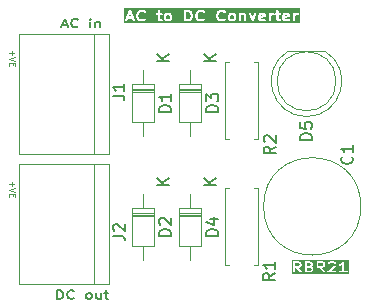
<source format=gbr>
%TF.GenerationSoftware,KiCad,Pcbnew,8.0.7*%
%TF.CreationDate,2025-03-08T23:36:54+05:30*%
%TF.ProjectId,1_AC to DC Converter,315f4143-2074-46f2-9044-4320436f6e76,rev?*%
%TF.SameCoordinates,Original*%
%TF.FileFunction,Legend,Top*%
%TF.FilePolarity,Positive*%
%FSLAX46Y46*%
G04 Gerber Fmt 4.6, Leading zero omitted, Abs format (unit mm)*
G04 Created by KiCad (PCBNEW 8.0.7) date 2025-03-08 23:36:54*
%MOMM*%
%LPD*%
G01*
G04 APERTURE LIST*
%ADD10C,0.160000*%
%ADD11C,0.200000*%
%ADD12C,0.100000*%
%ADD13C,0.150000*%
%ADD14C,0.120000*%
G04 APERTURE END LIST*
D10*
X131899999Y-99815513D02*
X131899999Y-99115513D01*
X131899999Y-99115513D02*
X132114285Y-99115513D01*
X132114285Y-99115513D02*
X132242856Y-99148846D01*
X132242856Y-99148846D02*
X132328571Y-99215513D01*
X132328571Y-99215513D02*
X132371428Y-99282180D01*
X132371428Y-99282180D02*
X132414285Y-99415513D01*
X132414285Y-99415513D02*
X132414285Y-99515513D01*
X132414285Y-99515513D02*
X132371428Y-99648846D01*
X132371428Y-99648846D02*
X132328571Y-99715513D01*
X132328571Y-99715513D02*
X132242856Y-99782180D01*
X132242856Y-99782180D02*
X132114285Y-99815513D01*
X132114285Y-99815513D02*
X131899999Y-99815513D01*
X133314285Y-99748846D02*
X133271428Y-99782180D01*
X133271428Y-99782180D02*
X133142856Y-99815513D01*
X133142856Y-99815513D02*
X133057142Y-99815513D01*
X133057142Y-99815513D02*
X132928571Y-99782180D01*
X132928571Y-99782180D02*
X132842856Y-99715513D01*
X132842856Y-99715513D02*
X132799999Y-99648846D01*
X132799999Y-99648846D02*
X132757142Y-99515513D01*
X132757142Y-99515513D02*
X132757142Y-99415513D01*
X132757142Y-99415513D02*
X132799999Y-99282180D01*
X132799999Y-99282180D02*
X132842856Y-99215513D01*
X132842856Y-99215513D02*
X132928571Y-99148846D01*
X132928571Y-99148846D02*
X133057142Y-99115513D01*
X133057142Y-99115513D02*
X133142856Y-99115513D01*
X133142856Y-99115513D02*
X133271428Y-99148846D01*
X133271428Y-99148846D02*
X133314285Y-99182180D01*
X134514285Y-99815513D02*
X134428570Y-99782180D01*
X134428570Y-99782180D02*
X134385713Y-99748846D01*
X134385713Y-99748846D02*
X134342856Y-99682180D01*
X134342856Y-99682180D02*
X134342856Y-99482180D01*
X134342856Y-99482180D02*
X134385713Y-99415513D01*
X134385713Y-99415513D02*
X134428570Y-99382180D01*
X134428570Y-99382180D02*
X134514285Y-99348846D01*
X134514285Y-99348846D02*
X134642856Y-99348846D01*
X134642856Y-99348846D02*
X134728570Y-99382180D01*
X134728570Y-99382180D02*
X134771428Y-99415513D01*
X134771428Y-99415513D02*
X134814285Y-99482180D01*
X134814285Y-99482180D02*
X134814285Y-99682180D01*
X134814285Y-99682180D02*
X134771428Y-99748846D01*
X134771428Y-99748846D02*
X134728570Y-99782180D01*
X134728570Y-99782180D02*
X134642856Y-99815513D01*
X134642856Y-99815513D02*
X134514285Y-99815513D01*
X135585714Y-99348846D02*
X135585714Y-99815513D01*
X135199999Y-99348846D02*
X135199999Y-99715513D01*
X135199999Y-99715513D02*
X135242856Y-99782180D01*
X135242856Y-99782180D02*
X135328571Y-99815513D01*
X135328571Y-99815513D02*
X135457142Y-99815513D01*
X135457142Y-99815513D02*
X135542856Y-99782180D01*
X135542856Y-99782180D02*
X135585714Y-99748846D01*
X135885714Y-99348846D02*
X136228571Y-99348846D01*
X136014285Y-99115513D02*
X136014285Y-99715513D01*
X136014285Y-99715513D02*
X136057142Y-99782180D01*
X136057142Y-99782180D02*
X136142857Y-99815513D01*
X136142857Y-99815513D02*
X136228571Y-99815513D01*
D11*
G36*
X141401481Y-75833489D02*
G01*
X141424226Y-75851685D01*
X141447618Y-75889111D01*
X141447618Y-76060322D01*
X141424227Y-76097747D01*
X141401482Y-76115944D01*
X141337883Y-76141384D01*
X141233544Y-76141384D01*
X141169944Y-76115944D01*
X141147200Y-76097748D01*
X141123809Y-76060322D01*
X141123809Y-75889111D01*
X141147200Y-75851685D01*
X141169945Y-75833489D01*
X141233543Y-75808050D01*
X141337884Y-75808050D01*
X141401481Y-75833489D01*
G37*
G36*
X143072983Y-75570690D02*
G01*
X143138512Y-75623113D01*
X143170291Y-75673959D01*
X143209523Y-75799501D01*
X143209523Y-75883266D01*
X143170291Y-76008808D01*
X143138512Y-76059653D01*
X143072981Y-76112078D01*
X142963084Y-76141384D01*
X142838095Y-76141384D01*
X142838095Y-75541384D01*
X142963084Y-75541384D01*
X143072983Y-75570690D01*
G37*
G36*
X146830053Y-75833489D02*
G01*
X146852798Y-75851685D01*
X146876190Y-75889111D01*
X146876190Y-76060322D01*
X146852799Y-76097747D01*
X146830054Y-76115944D01*
X146766455Y-76141384D01*
X146662116Y-76141384D01*
X146598516Y-76115944D01*
X146575772Y-76097748D01*
X146552381Y-76060322D01*
X146552381Y-75889111D01*
X146575772Y-75851685D01*
X146598517Y-75833489D01*
X146662115Y-75808050D01*
X146766456Y-75808050D01*
X146830053Y-75833489D01*
G37*
G36*
X149364926Y-75818866D02*
G01*
X149123810Y-75857445D01*
X149123810Y-75851016D01*
X149138909Y-75826856D01*
X149185925Y-75808050D01*
X149337885Y-75808050D01*
X149364926Y-75818866D01*
G37*
G36*
X151412546Y-75818866D02*
G01*
X151171430Y-75857445D01*
X151171430Y-75851016D01*
X151186529Y-75826856D01*
X151233545Y-75808050D01*
X151385505Y-75808050D01*
X151412546Y-75818866D01*
G37*
G36*
X138159521Y-75912812D02*
G01*
X137983332Y-75912812D01*
X138071426Y-75701385D01*
X138159521Y-75912812D01*
G37*
G36*
X152459985Y-76441384D02*
G01*
X137539975Y-76441384D01*
X137539975Y-76260688D01*
X137639975Y-76260688D01*
X137654831Y-76296767D01*
X137682363Y-76324415D01*
X137718380Y-76339422D01*
X137757398Y-76339503D01*
X137793477Y-76324647D01*
X137821125Y-76297115D01*
X137830402Y-76279846D01*
X137899999Y-76112812D01*
X138242855Y-76112812D01*
X138312452Y-76279846D01*
X138321729Y-76297115D01*
X138349377Y-76324647D01*
X138385456Y-76339504D01*
X138424475Y-76339422D01*
X138460491Y-76324415D01*
X138488023Y-76296767D01*
X138502879Y-76260688D01*
X138502798Y-76221670D01*
X138497068Y-76202923D01*
X138322618Y-75784241D01*
X138590475Y-75784241D01*
X138590475Y-75898527D01*
X138591271Y-75906614D01*
X138591042Y-75909161D01*
X138591955Y-75913559D01*
X138592396Y-75918036D01*
X138593375Y-75920401D01*
X138595027Y-75928354D01*
X138642646Y-76080735D01*
X138644296Y-76084626D01*
X138644584Y-76086346D01*
X138647626Y-76092481D01*
X138650299Y-76098783D01*
X138651415Y-76100120D01*
X138653294Y-76103908D01*
X138700913Y-76180098D01*
X138707980Y-76189265D01*
X138709209Y-76191497D01*
X138711189Y-76193429D01*
X138712882Y-76195624D01*
X138714958Y-76197104D01*
X138723243Y-76205185D01*
X138818482Y-76281376D01*
X138834916Y-76292063D01*
X138835963Y-76292366D01*
X138836830Y-76293030D01*
X138855185Y-76299913D01*
X138998042Y-76338008D01*
X139002582Y-76338752D01*
X139004299Y-76339463D01*
X139010869Y-76340109D01*
X139017387Y-76341178D01*
X139019229Y-76340933D01*
X139023808Y-76341384D01*
X139119046Y-76341384D01*
X139123624Y-76340933D01*
X139125467Y-76341178D01*
X139131984Y-76340109D01*
X139138555Y-76339463D01*
X139140271Y-76338752D01*
X139144812Y-76338008D01*
X139287669Y-76299913D01*
X139306024Y-76293030D01*
X139306890Y-76292366D01*
X139307939Y-76292063D01*
X139324373Y-76281375D01*
X139371993Y-76243279D01*
X139386026Y-76229592D01*
X139404847Y-76195412D01*
X139409155Y-76156633D01*
X139398296Y-76119156D01*
X139373921Y-76088689D01*
X139339742Y-76069868D01*
X139300963Y-76065560D01*
X139263486Y-76076419D01*
X139247052Y-76087106D01*
X139215838Y-76112077D01*
X139105940Y-76141384D01*
X139036914Y-76141384D01*
X138927014Y-76112077D01*
X138861484Y-76059652D01*
X138829707Y-76008809D01*
X138790475Y-75883266D01*
X138790475Y-75799501D01*
X138825150Y-75688541D01*
X140259063Y-75688541D01*
X140259063Y-75727559D01*
X140273995Y-75763607D01*
X140301585Y-75791197D01*
X140337633Y-75806129D01*
X140357142Y-75808050D01*
X140399999Y-75808050D01*
X140399999Y-76127098D01*
X140401920Y-76146607D01*
X140405110Y-76154309D01*
X140406488Y-76162536D01*
X140415199Y-76180098D01*
X140462818Y-76256289D01*
X140464638Y-76258649D01*
X140465155Y-76259856D01*
X140466822Y-76261483D01*
X140474787Y-76271814D01*
X140484520Y-76278755D01*
X140493079Y-76287108D01*
X140504655Y-76293115D01*
X140506554Y-76294469D01*
X140507833Y-76294764D01*
X140510479Y-76296137D01*
X140605717Y-76334232D01*
X140622403Y-76339071D01*
X140623347Y-76339463D01*
X140623958Y-76339523D01*
X140624544Y-76339693D01*
X140625557Y-76339680D01*
X140642856Y-76341384D01*
X140738094Y-76341384D01*
X140757603Y-76339463D01*
X140793651Y-76324531D01*
X140821241Y-76296941D01*
X140836173Y-76260893D01*
X140836173Y-76221875D01*
X140821241Y-76185827D01*
X140793651Y-76158237D01*
X140757603Y-76143305D01*
X140738094Y-76141384D01*
X140662115Y-76141384D01*
X140615097Y-76122577D01*
X140599999Y-76098418D01*
X140599999Y-75860431D01*
X140923809Y-75860431D01*
X140923809Y-76089003D01*
X140925730Y-76108512D01*
X140928922Y-76116217D01*
X140930299Y-76124441D01*
X140939009Y-76142003D01*
X140986628Y-76218193D01*
X140993695Y-76227360D01*
X140994924Y-76229592D01*
X140996904Y-76231523D01*
X140998597Y-76233719D01*
X141000675Y-76235200D01*
X141008958Y-76243279D01*
X141056577Y-76281376D01*
X141062743Y-76285386D01*
X141064508Y-76287108D01*
X141068880Y-76289376D01*
X141073011Y-76292063D01*
X141075379Y-76292749D01*
X141081908Y-76296137D01*
X141177146Y-76334232D01*
X141193832Y-76339071D01*
X141194776Y-76339463D01*
X141195387Y-76339523D01*
X141195973Y-76339693D01*
X141196986Y-76339680D01*
X141214285Y-76341384D01*
X141357142Y-76341384D01*
X141374431Y-76339681D01*
X141375454Y-76339694D01*
X141376044Y-76339522D01*
X141376651Y-76339463D01*
X141377587Y-76339074D01*
X141394281Y-76334232D01*
X141489519Y-76296137D01*
X141496047Y-76292749D01*
X141498416Y-76292063D01*
X141502544Y-76289377D01*
X141506919Y-76287108D01*
X141508685Y-76285384D01*
X141514850Y-76281375D01*
X141562470Y-76243279D01*
X141570753Y-76235199D01*
X141572830Y-76233719D01*
X141574522Y-76231524D01*
X141576503Y-76229592D01*
X141577731Y-76227360D01*
X141584799Y-76218193D01*
X141632418Y-76142003D01*
X141641128Y-76124441D01*
X141642504Y-76116217D01*
X141645697Y-76108512D01*
X141647618Y-76089003D01*
X141647618Y-75860431D01*
X141645697Y-75840922D01*
X141642504Y-75833216D01*
X141641128Y-75824993D01*
X141632418Y-75807431D01*
X141584799Y-75731241D01*
X141577730Y-75722071D01*
X141576502Y-75719841D01*
X141574522Y-75717910D01*
X141572830Y-75715715D01*
X141570751Y-75714233D01*
X141562468Y-75706154D01*
X141514849Y-75668059D01*
X141508685Y-75664050D01*
X141506920Y-75662328D01*
X141502545Y-75660057D01*
X141498415Y-75657372D01*
X141496046Y-75656685D01*
X141489520Y-75653299D01*
X141394282Y-75615203D01*
X141377593Y-75610361D01*
X141376651Y-75609971D01*
X141376040Y-75609910D01*
X141375455Y-75609741D01*
X141374440Y-75609753D01*
X141357142Y-75608050D01*
X141214285Y-75608050D01*
X141196986Y-75609753D01*
X141195973Y-75609741D01*
X141195387Y-75609910D01*
X141194776Y-75609971D01*
X141193831Y-75610362D01*
X141177145Y-75615203D01*
X141081907Y-75653299D01*
X141075380Y-75656685D01*
X141073012Y-75657372D01*
X141068881Y-75660057D01*
X141064507Y-75662328D01*
X141062741Y-75664050D01*
X141056578Y-75668059D01*
X141008959Y-75706154D01*
X141000675Y-75714233D01*
X140998597Y-75715715D01*
X140996904Y-75717910D01*
X140994925Y-75719841D01*
X140993696Y-75722071D01*
X140986628Y-75731241D01*
X140939009Y-75807431D01*
X140930299Y-75824993D01*
X140928922Y-75833216D01*
X140925730Y-75840922D01*
X140923809Y-75860431D01*
X140599999Y-75860431D01*
X140599999Y-75808050D01*
X140738094Y-75808050D01*
X140757603Y-75806129D01*
X140793651Y-75791197D01*
X140821241Y-75763607D01*
X140836173Y-75727559D01*
X140836173Y-75688541D01*
X140821241Y-75652493D01*
X140793651Y-75624903D01*
X140757603Y-75609971D01*
X140738094Y-75608050D01*
X140599999Y-75608050D01*
X140599999Y-75441384D01*
X142638095Y-75441384D01*
X142638095Y-76241384D01*
X142640016Y-76260893D01*
X142654948Y-76296941D01*
X142682538Y-76324531D01*
X142718586Y-76339463D01*
X142738095Y-76341384D01*
X142976190Y-76341384D01*
X142980768Y-76340933D01*
X142982611Y-76341178D01*
X142989128Y-76340109D01*
X142995699Y-76339463D01*
X142997415Y-76338752D01*
X143001956Y-76338008D01*
X143144813Y-76299913D01*
X143163168Y-76293030D01*
X143164034Y-76292366D01*
X143165083Y-76292063D01*
X143181517Y-76281376D01*
X143276755Y-76205184D01*
X143285037Y-76197105D01*
X143287116Y-76195624D01*
X143288808Y-76193428D01*
X143290789Y-76191497D01*
X143292017Y-76189265D01*
X143299085Y-76180098D01*
X143346704Y-76103908D01*
X143348582Y-76100120D01*
X143349699Y-76098783D01*
X143352371Y-76092481D01*
X143355414Y-76086346D01*
X143355701Y-76084626D01*
X143357352Y-76080735D01*
X143404971Y-75928355D01*
X143406622Y-75920400D01*
X143407602Y-75918036D01*
X143408042Y-75913559D01*
X143408956Y-75909161D01*
X143408726Y-75906614D01*
X143409523Y-75898527D01*
X143409523Y-75784241D01*
X143590476Y-75784241D01*
X143590476Y-75898527D01*
X143591272Y-75906614D01*
X143591043Y-75909161D01*
X143591956Y-75913559D01*
X143592397Y-75918036D01*
X143593376Y-75920401D01*
X143595028Y-75928354D01*
X143642647Y-76080735D01*
X143644297Y-76084626D01*
X143644585Y-76086346D01*
X143647627Y-76092481D01*
X143650300Y-76098783D01*
X143651416Y-76100120D01*
X143653295Y-76103908D01*
X143700914Y-76180098D01*
X143707981Y-76189265D01*
X143709210Y-76191497D01*
X143711190Y-76193429D01*
X143712883Y-76195624D01*
X143714959Y-76197104D01*
X143723244Y-76205185D01*
X143818483Y-76281376D01*
X143834917Y-76292063D01*
X143835964Y-76292366D01*
X143836831Y-76293030D01*
X143855186Y-76299913D01*
X143998043Y-76338008D01*
X144002583Y-76338752D01*
X144004300Y-76339463D01*
X144010870Y-76340109D01*
X144017388Y-76341178D01*
X144019230Y-76340933D01*
X144023809Y-76341384D01*
X144119047Y-76341384D01*
X144123625Y-76340933D01*
X144125468Y-76341178D01*
X144131985Y-76340109D01*
X144138556Y-76339463D01*
X144140272Y-76338752D01*
X144144813Y-76338008D01*
X144287670Y-76299913D01*
X144306025Y-76293030D01*
X144306891Y-76292366D01*
X144307940Y-76292063D01*
X144324374Y-76281375D01*
X144371994Y-76243279D01*
X144386027Y-76229592D01*
X144404848Y-76195412D01*
X144409156Y-76156633D01*
X144398297Y-76119156D01*
X144373922Y-76088689D01*
X144339743Y-76069868D01*
X144300964Y-76065560D01*
X144263487Y-76076419D01*
X144247053Y-76087106D01*
X144215839Y-76112077D01*
X144105941Y-76141384D01*
X144036915Y-76141384D01*
X143927015Y-76112077D01*
X143861485Y-76059652D01*
X143829708Y-76008809D01*
X143790476Y-75883266D01*
X143790476Y-75799501D01*
X143795245Y-75784241D01*
X145352381Y-75784241D01*
X145352381Y-75898527D01*
X145353177Y-75906614D01*
X145352948Y-75909161D01*
X145353861Y-75913559D01*
X145354302Y-75918036D01*
X145355281Y-75920401D01*
X145356933Y-75928354D01*
X145404552Y-76080735D01*
X145406202Y-76084626D01*
X145406490Y-76086346D01*
X145409532Y-76092481D01*
X145412205Y-76098783D01*
X145413321Y-76100120D01*
X145415200Y-76103908D01*
X145462819Y-76180098D01*
X145469886Y-76189265D01*
X145471115Y-76191497D01*
X145473095Y-76193429D01*
X145474788Y-76195624D01*
X145476864Y-76197104D01*
X145485149Y-76205185D01*
X145580388Y-76281376D01*
X145596822Y-76292063D01*
X145597869Y-76292366D01*
X145598736Y-76293030D01*
X145617091Y-76299913D01*
X145759948Y-76338008D01*
X145764488Y-76338752D01*
X145766205Y-76339463D01*
X145772775Y-76340109D01*
X145779293Y-76341178D01*
X145781135Y-76340933D01*
X145785714Y-76341384D01*
X145880952Y-76341384D01*
X145885530Y-76340933D01*
X145887373Y-76341178D01*
X145893890Y-76340109D01*
X145900461Y-76339463D01*
X145902177Y-76338752D01*
X145906718Y-76338008D01*
X146049575Y-76299913D01*
X146067930Y-76293030D01*
X146068796Y-76292366D01*
X146069845Y-76292063D01*
X146086279Y-76281375D01*
X146133899Y-76243279D01*
X146147932Y-76229592D01*
X146166753Y-76195412D01*
X146171061Y-76156633D01*
X146160202Y-76119156D01*
X146135827Y-76088689D01*
X146101648Y-76069868D01*
X146062869Y-76065560D01*
X146025392Y-76076419D01*
X146008958Y-76087106D01*
X145977744Y-76112077D01*
X145867846Y-76141384D01*
X145798820Y-76141384D01*
X145688920Y-76112077D01*
X145623390Y-76059652D01*
X145591613Y-76008809D01*
X145552381Y-75883266D01*
X145552381Y-75860431D01*
X146352381Y-75860431D01*
X146352381Y-76089003D01*
X146354302Y-76108512D01*
X146357494Y-76116217D01*
X146358871Y-76124441D01*
X146367581Y-76142003D01*
X146415200Y-76218193D01*
X146422267Y-76227360D01*
X146423496Y-76229592D01*
X146425476Y-76231523D01*
X146427169Y-76233719D01*
X146429247Y-76235200D01*
X146437530Y-76243279D01*
X146485149Y-76281376D01*
X146491315Y-76285386D01*
X146493080Y-76287108D01*
X146497452Y-76289376D01*
X146501583Y-76292063D01*
X146503951Y-76292749D01*
X146510480Y-76296137D01*
X146605718Y-76334232D01*
X146622404Y-76339071D01*
X146623348Y-76339463D01*
X146623959Y-76339523D01*
X146624545Y-76339693D01*
X146625558Y-76339680D01*
X146642857Y-76341384D01*
X146785714Y-76341384D01*
X146803003Y-76339681D01*
X146804026Y-76339694D01*
X146804616Y-76339522D01*
X146805223Y-76339463D01*
X146806159Y-76339074D01*
X146822853Y-76334232D01*
X146918091Y-76296137D01*
X146924619Y-76292749D01*
X146926988Y-76292063D01*
X146931116Y-76289377D01*
X146935491Y-76287108D01*
X146937257Y-76285384D01*
X146943422Y-76281375D01*
X146991042Y-76243279D01*
X146999325Y-76235199D01*
X147001402Y-76233719D01*
X147003094Y-76231524D01*
X147005075Y-76229592D01*
X147006303Y-76227360D01*
X147013371Y-76218193D01*
X147060990Y-76142003D01*
X147069700Y-76124441D01*
X147071076Y-76116217D01*
X147074269Y-76108512D01*
X147076190Y-76089003D01*
X147076190Y-75860431D01*
X147074269Y-75840922D01*
X147071076Y-75833216D01*
X147069700Y-75824993D01*
X147060990Y-75807431D01*
X147013371Y-75731241D01*
X147006302Y-75722071D01*
X147005074Y-75719841D01*
X147003094Y-75717910D01*
X147001402Y-75715715D01*
X146999323Y-75714233D01*
X146992984Y-75708050D01*
X147304762Y-75708050D01*
X147304762Y-76241384D01*
X147306683Y-76260893D01*
X147321615Y-76296941D01*
X147349205Y-76324531D01*
X147385253Y-76339463D01*
X147424271Y-76339463D01*
X147460319Y-76324531D01*
X147487909Y-76296941D01*
X147502841Y-76260893D01*
X147504762Y-76241384D01*
X147504762Y-75832896D01*
X147566877Y-75808050D01*
X147671218Y-75808050D01*
X147718233Y-75826856D01*
X147733333Y-75851016D01*
X147733333Y-76241384D01*
X147735254Y-76260893D01*
X147750186Y-76296941D01*
X147777776Y-76324531D01*
X147813824Y-76339463D01*
X147852842Y-76339463D01*
X147888890Y-76324531D01*
X147916480Y-76296941D01*
X147931412Y-76260893D01*
X147933333Y-76241384D01*
X147933333Y-75822336D01*
X147931412Y-75802827D01*
X147928219Y-75795121D01*
X147926843Y-75786898D01*
X147918133Y-75769336D01*
X147870514Y-75693146D01*
X147869025Y-75691214D01*
X148115713Y-75691214D01*
X148116773Y-75730217D01*
X148122972Y-75748815D01*
X148361067Y-76282149D01*
X148366848Y-76292293D01*
X148367755Y-76294661D01*
X148368868Y-76295836D01*
X148370774Y-76299180D01*
X148383003Y-76310761D01*
X148394585Y-76322991D01*
X148397103Y-76324115D01*
X148399104Y-76326010D01*
X148414818Y-76332024D01*
X148430214Y-76338897D01*
X148432973Y-76338972D01*
X148435545Y-76339956D01*
X148452362Y-76339498D01*
X148469217Y-76339957D01*
X148471793Y-76338970D01*
X148474548Y-76338896D01*
X148489927Y-76332030D01*
X148505658Y-76326010D01*
X148507658Y-76324115D01*
X148510177Y-76322991D01*
X148521758Y-76310761D01*
X148533988Y-76299180D01*
X148535893Y-76295836D01*
X148537007Y-76294661D01*
X148537913Y-76292293D01*
X148543695Y-76282149D01*
X148748968Y-75822336D01*
X148923810Y-75822336D01*
X148923810Y-76127098D01*
X148925731Y-76146607D01*
X148928921Y-76154309D01*
X148930299Y-76162536D01*
X148939010Y-76180098D01*
X148986629Y-76256289D01*
X148988449Y-76258649D01*
X148988966Y-76259856D01*
X148990633Y-76261483D01*
X148998598Y-76271814D01*
X149008331Y-76278755D01*
X149016890Y-76287108D01*
X149028466Y-76293115D01*
X149030365Y-76294469D01*
X149031644Y-76294764D01*
X149034290Y-76296137D01*
X149129528Y-76334232D01*
X149146214Y-76339071D01*
X149147158Y-76339463D01*
X149147769Y-76339523D01*
X149148355Y-76339693D01*
X149149368Y-76339680D01*
X149166667Y-76341384D01*
X149357143Y-76341384D01*
X149374432Y-76339681D01*
X149375455Y-76339694D01*
X149376045Y-76339522D01*
X149376652Y-76339463D01*
X149377588Y-76339074D01*
X149394282Y-76334232D01*
X149489520Y-76296137D01*
X149506920Y-76287108D01*
X149534844Y-76259856D01*
X149550214Y-76223993D01*
X149550690Y-76184977D01*
X149536199Y-76148750D01*
X149508947Y-76120826D01*
X149473084Y-76105456D01*
X149434069Y-76104980D01*
X149415242Y-76110441D01*
X149337884Y-76141384D01*
X149185926Y-76141384D01*
X149138908Y-76122577D01*
X149123810Y-76098418D01*
X149123810Y-76059988D01*
X149515799Y-75997271D01*
X149518331Y-75996606D01*
X149519509Y-75996606D01*
X149521548Y-75995761D01*
X149534760Y-75992292D01*
X149544738Y-75986155D01*
X149555557Y-75981674D01*
X149561198Y-75976032D01*
X149567996Y-75971852D01*
X149574866Y-75962364D01*
X149583147Y-75954084D01*
X149586199Y-75946714D01*
X149590881Y-75940250D01*
X149593598Y-75928853D01*
X149598079Y-75918036D01*
X149599417Y-75904446D01*
X149599930Y-75902295D01*
X149599743Y-75901130D01*
X149600000Y-75898527D01*
X149600000Y-75822336D01*
X149598079Y-75802827D01*
X149594886Y-75795121D01*
X149593510Y-75786898D01*
X149584800Y-75769336D01*
X149546496Y-75708050D01*
X149828572Y-75708050D01*
X149828572Y-76241384D01*
X149830493Y-76260893D01*
X149845425Y-76296941D01*
X149873015Y-76324531D01*
X149909063Y-76339463D01*
X149948081Y-76339463D01*
X149984129Y-76324531D01*
X150011719Y-76296941D01*
X150026651Y-76260893D01*
X150028572Y-76241384D01*
X150028572Y-75889111D01*
X150051963Y-75851685D01*
X150074708Y-75833489D01*
X150138306Y-75808050D01*
X150214286Y-75808050D01*
X150233795Y-75806129D01*
X150269843Y-75791197D01*
X150297433Y-75763607D01*
X150309524Y-75734416D01*
X150321616Y-75763607D01*
X150349206Y-75791197D01*
X150385254Y-75806129D01*
X150404763Y-75808050D01*
X150447620Y-75808050D01*
X150447620Y-76127098D01*
X150449541Y-76146607D01*
X150452731Y-76154309D01*
X150454109Y-76162536D01*
X150462820Y-76180098D01*
X150510439Y-76256289D01*
X150512259Y-76258649D01*
X150512776Y-76259856D01*
X150514443Y-76261483D01*
X150522408Y-76271814D01*
X150532141Y-76278755D01*
X150540700Y-76287108D01*
X150552276Y-76293115D01*
X150554175Y-76294469D01*
X150555454Y-76294764D01*
X150558100Y-76296137D01*
X150653338Y-76334232D01*
X150670024Y-76339071D01*
X150670968Y-76339463D01*
X150671579Y-76339523D01*
X150672165Y-76339693D01*
X150673178Y-76339680D01*
X150690477Y-76341384D01*
X150785715Y-76341384D01*
X150805224Y-76339463D01*
X150841272Y-76324531D01*
X150868862Y-76296941D01*
X150883794Y-76260893D01*
X150883794Y-76221875D01*
X150868862Y-76185827D01*
X150841272Y-76158237D01*
X150805224Y-76143305D01*
X150785715Y-76141384D01*
X150709736Y-76141384D01*
X150662718Y-76122577D01*
X150647620Y-76098418D01*
X150647620Y-75822336D01*
X150971430Y-75822336D01*
X150971430Y-76127098D01*
X150973351Y-76146607D01*
X150976541Y-76154309D01*
X150977919Y-76162536D01*
X150986630Y-76180098D01*
X151034249Y-76256289D01*
X151036069Y-76258649D01*
X151036586Y-76259856D01*
X151038253Y-76261483D01*
X151046218Y-76271814D01*
X151055951Y-76278755D01*
X151064510Y-76287108D01*
X151076086Y-76293115D01*
X151077985Y-76294469D01*
X151079264Y-76294764D01*
X151081910Y-76296137D01*
X151177148Y-76334232D01*
X151193834Y-76339071D01*
X151194778Y-76339463D01*
X151195389Y-76339523D01*
X151195975Y-76339693D01*
X151196988Y-76339680D01*
X151214287Y-76341384D01*
X151404763Y-76341384D01*
X151422052Y-76339681D01*
X151423075Y-76339694D01*
X151423665Y-76339522D01*
X151424272Y-76339463D01*
X151425208Y-76339074D01*
X151441902Y-76334232D01*
X151537140Y-76296137D01*
X151554540Y-76287108D01*
X151582464Y-76259856D01*
X151597834Y-76223993D01*
X151598310Y-76184977D01*
X151583819Y-76148750D01*
X151556567Y-76120826D01*
X151520704Y-76105456D01*
X151481689Y-76104980D01*
X151462862Y-76110441D01*
X151385504Y-76141384D01*
X151233546Y-76141384D01*
X151186528Y-76122577D01*
X151171430Y-76098418D01*
X151171430Y-76059988D01*
X151563419Y-75997271D01*
X151565951Y-75996606D01*
X151567129Y-75996606D01*
X151569168Y-75995761D01*
X151582380Y-75992292D01*
X151592358Y-75986155D01*
X151603177Y-75981674D01*
X151608818Y-75976032D01*
X151615616Y-75971852D01*
X151622486Y-75962364D01*
X151630767Y-75954084D01*
X151633819Y-75946714D01*
X151638501Y-75940250D01*
X151641218Y-75928853D01*
X151645699Y-75918036D01*
X151647037Y-75904446D01*
X151647550Y-75902295D01*
X151647363Y-75901130D01*
X151647620Y-75898527D01*
X151647620Y-75822336D01*
X151645699Y-75802827D01*
X151642506Y-75795121D01*
X151641130Y-75786898D01*
X151632420Y-75769336D01*
X151594116Y-75708050D01*
X151876192Y-75708050D01*
X151876192Y-76241384D01*
X151878113Y-76260893D01*
X151893045Y-76296941D01*
X151920635Y-76324531D01*
X151956683Y-76339463D01*
X151995701Y-76339463D01*
X152031749Y-76324531D01*
X152059339Y-76296941D01*
X152074271Y-76260893D01*
X152076192Y-76241384D01*
X152076192Y-75889111D01*
X152099583Y-75851685D01*
X152122328Y-75833489D01*
X152185926Y-75808050D01*
X152261906Y-75808050D01*
X152281415Y-75806129D01*
X152317463Y-75791197D01*
X152345053Y-75763607D01*
X152359985Y-75727559D01*
X152359985Y-75688541D01*
X152345053Y-75652493D01*
X152317463Y-75624903D01*
X152281415Y-75609971D01*
X152261906Y-75608050D01*
X152166668Y-75608050D01*
X152149369Y-75609753D01*
X152148356Y-75609741D01*
X152147770Y-75609910D01*
X152147159Y-75609971D01*
X152146214Y-75610362D01*
X152129528Y-75615203D01*
X152052757Y-75645911D01*
X152031749Y-75624903D01*
X151995701Y-75609971D01*
X151956683Y-75609971D01*
X151920635Y-75624903D01*
X151893045Y-75652493D01*
X151878113Y-75688541D01*
X151876192Y-75708050D01*
X151594116Y-75708050D01*
X151584801Y-75693146D01*
X151582982Y-75690786D01*
X151582465Y-75689580D01*
X151580797Y-75687952D01*
X151572832Y-75677620D01*
X151563096Y-75670677D01*
X151554541Y-75662328D01*
X151542962Y-75656319D01*
X151541064Y-75654966D01*
X151539784Y-75654670D01*
X151537141Y-75653299D01*
X151441903Y-75615203D01*
X151425214Y-75610361D01*
X151424272Y-75609971D01*
X151423661Y-75609910D01*
X151423076Y-75609741D01*
X151422061Y-75609753D01*
X151404763Y-75608050D01*
X151214287Y-75608050D01*
X151196988Y-75609753D01*
X151195975Y-75609741D01*
X151195389Y-75609910D01*
X151194778Y-75609971D01*
X151193833Y-75610362D01*
X151177147Y-75615203D01*
X151081909Y-75653299D01*
X151079265Y-75654670D01*
X151077986Y-75654966D01*
X151076087Y-75656319D01*
X151064509Y-75662328D01*
X151055953Y-75670677D01*
X151046218Y-75677620D01*
X151038252Y-75687952D01*
X151036585Y-75689580D01*
X151036067Y-75690786D01*
X151034249Y-75693146D01*
X150986630Y-75769336D01*
X150977920Y-75786898D01*
X150976543Y-75795121D01*
X150973351Y-75802827D01*
X150971430Y-75822336D01*
X150647620Y-75822336D01*
X150647620Y-75808050D01*
X150785715Y-75808050D01*
X150805224Y-75806129D01*
X150841272Y-75791197D01*
X150868862Y-75763607D01*
X150883794Y-75727559D01*
X150883794Y-75688541D01*
X150868862Y-75652493D01*
X150841272Y-75624903D01*
X150805224Y-75609971D01*
X150785715Y-75608050D01*
X150647620Y-75608050D01*
X150647620Y-75441384D01*
X150645699Y-75421875D01*
X150630767Y-75385827D01*
X150603177Y-75358237D01*
X150567129Y-75343305D01*
X150528111Y-75343305D01*
X150492063Y-75358237D01*
X150464473Y-75385827D01*
X150449541Y-75421875D01*
X150447620Y-75441384D01*
X150447620Y-75608050D01*
X150404763Y-75608050D01*
X150385254Y-75609971D01*
X150349206Y-75624903D01*
X150321616Y-75652493D01*
X150309524Y-75681683D01*
X150297433Y-75652493D01*
X150269843Y-75624903D01*
X150233795Y-75609971D01*
X150214286Y-75608050D01*
X150119048Y-75608050D01*
X150101749Y-75609753D01*
X150100736Y-75609741D01*
X150100150Y-75609910D01*
X150099539Y-75609971D01*
X150098594Y-75610362D01*
X150081908Y-75615203D01*
X150005137Y-75645911D01*
X149984129Y-75624903D01*
X149948081Y-75609971D01*
X149909063Y-75609971D01*
X149873015Y-75624903D01*
X149845425Y-75652493D01*
X149830493Y-75688541D01*
X149828572Y-75708050D01*
X149546496Y-75708050D01*
X149537181Y-75693146D01*
X149535362Y-75690786D01*
X149534845Y-75689580D01*
X149533177Y-75687952D01*
X149525212Y-75677620D01*
X149515476Y-75670677D01*
X149506921Y-75662328D01*
X149495342Y-75656319D01*
X149493444Y-75654966D01*
X149492164Y-75654670D01*
X149489521Y-75653299D01*
X149394283Y-75615203D01*
X149377594Y-75610361D01*
X149376652Y-75609971D01*
X149376041Y-75609910D01*
X149375456Y-75609741D01*
X149374441Y-75609753D01*
X149357143Y-75608050D01*
X149166667Y-75608050D01*
X149149368Y-75609753D01*
X149148355Y-75609741D01*
X149147769Y-75609910D01*
X149147158Y-75609971D01*
X149146213Y-75610362D01*
X149129527Y-75615203D01*
X149034289Y-75653299D01*
X149031645Y-75654670D01*
X149030366Y-75654966D01*
X149028467Y-75656319D01*
X149016889Y-75662328D01*
X149008333Y-75670677D01*
X148998598Y-75677620D01*
X148990632Y-75687952D01*
X148988965Y-75689580D01*
X148988447Y-75690786D01*
X148986629Y-75693146D01*
X148939010Y-75769336D01*
X148930300Y-75786898D01*
X148928923Y-75795121D01*
X148925731Y-75802827D01*
X148923810Y-75822336D01*
X148748968Y-75822336D01*
X148781790Y-75748815D01*
X148787988Y-75730218D01*
X148789048Y-75691214D01*
X148775102Y-75654773D01*
X148748272Y-75626443D01*
X148712643Y-75610538D01*
X148673640Y-75609478D01*
X148637199Y-75623424D01*
X148608869Y-75650254D01*
X148599162Y-75667285D01*
X148452381Y-75996075D01*
X148305600Y-75667285D01*
X148295893Y-75650254D01*
X148267563Y-75623424D01*
X148231122Y-75609477D01*
X148192119Y-75610537D01*
X148156490Y-75626443D01*
X148129660Y-75654773D01*
X148115713Y-75691214D01*
X147869025Y-75691214D01*
X147868695Y-75690786D01*
X147868178Y-75689580D01*
X147866510Y-75687952D01*
X147858545Y-75677620D01*
X147848809Y-75670677D01*
X147840254Y-75662328D01*
X147828675Y-75656319D01*
X147826777Y-75654966D01*
X147825497Y-75654670D01*
X147822854Y-75653299D01*
X147727616Y-75615203D01*
X147710927Y-75610361D01*
X147709985Y-75609971D01*
X147709374Y-75609910D01*
X147708789Y-75609741D01*
X147707774Y-75609753D01*
X147690476Y-75608050D01*
X147547619Y-75608050D01*
X147530320Y-75609753D01*
X147529307Y-75609741D01*
X147528721Y-75609910D01*
X147528110Y-75609971D01*
X147527165Y-75610362D01*
X147510479Y-75615203D01*
X147467722Y-75632306D01*
X147460319Y-75624903D01*
X147424271Y-75609971D01*
X147385253Y-75609971D01*
X147349205Y-75624903D01*
X147321615Y-75652493D01*
X147306683Y-75688541D01*
X147304762Y-75708050D01*
X146992984Y-75708050D01*
X146991040Y-75706154D01*
X146943421Y-75668059D01*
X146937257Y-75664050D01*
X146935492Y-75662328D01*
X146931117Y-75660057D01*
X146926987Y-75657372D01*
X146924618Y-75656685D01*
X146918092Y-75653299D01*
X146822854Y-75615203D01*
X146806165Y-75610361D01*
X146805223Y-75609971D01*
X146804612Y-75609910D01*
X146804027Y-75609741D01*
X146803012Y-75609753D01*
X146785714Y-75608050D01*
X146642857Y-75608050D01*
X146625558Y-75609753D01*
X146624545Y-75609741D01*
X146623959Y-75609910D01*
X146623348Y-75609971D01*
X146622403Y-75610362D01*
X146605717Y-75615203D01*
X146510479Y-75653299D01*
X146503952Y-75656685D01*
X146501584Y-75657372D01*
X146497453Y-75660057D01*
X146493079Y-75662328D01*
X146491313Y-75664050D01*
X146485150Y-75668059D01*
X146437531Y-75706154D01*
X146429247Y-75714233D01*
X146427169Y-75715715D01*
X146425476Y-75717910D01*
X146423497Y-75719841D01*
X146422268Y-75722071D01*
X146415200Y-75731241D01*
X146367581Y-75807431D01*
X146358871Y-75824993D01*
X146357494Y-75833216D01*
X146354302Y-75840922D01*
X146352381Y-75860431D01*
X145552381Y-75860431D01*
X145552381Y-75799501D01*
X145591613Y-75673958D01*
X145623390Y-75623114D01*
X145688920Y-75570690D01*
X145798820Y-75541384D01*
X145867846Y-75541384D01*
X145977745Y-75570690D01*
X146008959Y-75595661D01*
X146025393Y-75606348D01*
X146062870Y-75617207D01*
X146101649Y-75612898D01*
X146135828Y-75594077D01*
X146160202Y-75563609D01*
X146171061Y-75526133D01*
X146166752Y-75487353D01*
X146147931Y-75453174D01*
X146133897Y-75439487D01*
X146086278Y-75401392D01*
X146069844Y-75390705D01*
X146068796Y-75390401D01*
X146067930Y-75389738D01*
X146049575Y-75382855D01*
X145906718Y-75344760D01*
X145902177Y-75344015D01*
X145900461Y-75343305D01*
X145893890Y-75342658D01*
X145887373Y-75341590D01*
X145885530Y-75341834D01*
X145880952Y-75341384D01*
X145785714Y-75341384D01*
X145781135Y-75341834D01*
X145779293Y-75341590D01*
X145772775Y-75342658D01*
X145766205Y-75343305D01*
X145764488Y-75344015D01*
X145759948Y-75344760D01*
X145617091Y-75382855D01*
X145598736Y-75389738D01*
X145597868Y-75390401D01*
X145596822Y-75390705D01*
X145580388Y-75401392D01*
X145485150Y-75477582D01*
X145476862Y-75485664D01*
X145474788Y-75487144D01*
X145473098Y-75489335D01*
X145471116Y-75491269D01*
X145469886Y-75493501D01*
X145462819Y-75502669D01*
X145415200Y-75578860D01*
X145413321Y-75582647D01*
X145412205Y-75583985D01*
X145409536Y-75590277D01*
X145406489Y-75596422D01*
X145406200Y-75598145D01*
X145404552Y-75602033D01*
X145356933Y-75754414D01*
X145355281Y-75762366D01*
X145354302Y-75764732D01*
X145353861Y-75769208D01*
X145352948Y-75773607D01*
X145353177Y-75776153D01*
X145352381Y-75784241D01*
X143795245Y-75784241D01*
X143829708Y-75673958D01*
X143861485Y-75623114D01*
X143927015Y-75570690D01*
X144036915Y-75541384D01*
X144105941Y-75541384D01*
X144215840Y-75570690D01*
X144247054Y-75595661D01*
X144263488Y-75606348D01*
X144300965Y-75617207D01*
X144339744Y-75612898D01*
X144373923Y-75594077D01*
X144398297Y-75563609D01*
X144409156Y-75526133D01*
X144404847Y-75487353D01*
X144386026Y-75453174D01*
X144371992Y-75439487D01*
X144324373Y-75401392D01*
X144307939Y-75390705D01*
X144306891Y-75390401D01*
X144306025Y-75389738D01*
X144287670Y-75382855D01*
X144144813Y-75344760D01*
X144140272Y-75344015D01*
X144138556Y-75343305D01*
X144131985Y-75342658D01*
X144125468Y-75341590D01*
X144123625Y-75341834D01*
X144119047Y-75341384D01*
X144023809Y-75341384D01*
X144019230Y-75341834D01*
X144017388Y-75341590D01*
X144010870Y-75342658D01*
X144004300Y-75343305D01*
X144002583Y-75344015D01*
X143998043Y-75344760D01*
X143855186Y-75382855D01*
X143836831Y-75389738D01*
X143835963Y-75390401D01*
X143834917Y-75390705D01*
X143818483Y-75401392D01*
X143723245Y-75477582D01*
X143714957Y-75485664D01*
X143712883Y-75487144D01*
X143711193Y-75489335D01*
X143709211Y-75491269D01*
X143707981Y-75493501D01*
X143700914Y-75502669D01*
X143653295Y-75578860D01*
X143651416Y-75582647D01*
X143650300Y-75583985D01*
X143647631Y-75590277D01*
X143644584Y-75596422D01*
X143644295Y-75598145D01*
X143642647Y-75602033D01*
X143595028Y-75754414D01*
X143593376Y-75762366D01*
X143592397Y-75764732D01*
X143591956Y-75769208D01*
X143591043Y-75773607D01*
X143591272Y-75776153D01*
X143590476Y-75784241D01*
X143409523Y-75784241D01*
X143408726Y-75776153D01*
X143408956Y-75773607D01*
X143408042Y-75769208D01*
X143407602Y-75764732D01*
X143406622Y-75762367D01*
X143404971Y-75754413D01*
X143357352Y-75602033D01*
X143355703Y-75598145D01*
X143355415Y-75596422D01*
X143352368Y-75590279D01*
X143349699Y-75583985D01*
X143348581Y-75582646D01*
X143346704Y-75578861D01*
X143299085Y-75502669D01*
X143292017Y-75493501D01*
X143290788Y-75491269D01*
X143288805Y-75489335D01*
X143287116Y-75487144D01*
X143285041Y-75485664D01*
X143276754Y-75477582D01*
X143181516Y-75401392D01*
X143165082Y-75390705D01*
X143164034Y-75390401D01*
X143163168Y-75389738D01*
X143144813Y-75382855D01*
X143001956Y-75344760D01*
X142997415Y-75344015D01*
X142995699Y-75343305D01*
X142989128Y-75342658D01*
X142982611Y-75341590D01*
X142980768Y-75341834D01*
X142976190Y-75341384D01*
X142738095Y-75341384D01*
X142718586Y-75343305D01*
X142682538Y-75358237D01*
X142654948Y-75385827D01*
X142640016Y-75421875D01*
X142638095Y-75441384D01*
X140599999Y-75441384D01*
X140598078Y-75421875D01*
X140583146Y-75385827D01*
X140555556Y-75358237D01*
X140519508Y-75343305D01*
X140480490Y-75343305D01*
X140444442Y-75358237D01*
X140416852Y-75385827D01*
X140401920Y-75421875D01*
X140399999Y-75441384D01*
X140399999Y-75608050D01*
X140357142Y-75608050D01*
X140337633Y-75609971D01*
X140301585Y-75624903D01*
X140273995Y-75652493D01*
X140259063Y-75688541D01*
X138825150Y-75688541D01*
X138829707Y-75673958D01*
X138861484Y-75623114D01*
X138927014Y-75570690D01*
X139036914Y-75541384D01*
X139105940Y-75541384D01*
X139215839Y-75570690D01*
X139247053Y-75595661D01*
X139263487Y-75606348D01*
X139300964Y-75617207D01*
X139339743Y-75612898D01*
X139373922Y-75594077D01*
X139398296Y-75563609D01*
X139409155Y-75526133D01*
X139404846Y-75487353D01*
X139386025Y-75453174D01*
X139371991Y-75439487D01*
X139324372Y-75401392D01*
X139307938Y-75390705D01*
X139306890Y-75390401D01*
X139306024Y-75389738D01*
X139287669Y-75382855D01*
X139144812Y-75344760D01*
X139140271Y-75344015D01*
X139138555Y-75343305D01*
X139131984Y-75342658D01*
X139125467Y-75341590D01*
X139123624Y-75341834D01*
X139119046Y-75341384D01*
X139023808Y-75341384D01*
X139019229Y-75341834D01*
X139017387Y-75341590D01*
X139010869Y-75342658D01*
X139004299Y-75343305D01*
X139002582Y-75344015D01*
X138998042Y-75344760D01*
X138855185Y-75382855D01*
X138836830Y-75389738D01*
X138835962Y-75390401D01*
X138834916Y-75390705D01*
X138818482Y-75401392D01*
X138723244Y-75477582D01*
X138714956Y-75485664D01*
X138712882Y-75487144D01*
X138711192Y-75489335D01*
X138709210Y-75491269D01*
X138707980Y-75493501D01*
X138700913Y-75502669D01*
X138653294Y-75578860D01*
X138651415Y-75582647D01*
X138650299Y-75583985D01*
X138647630Y-75590277D01*
X138644583Y-75596422D01*
X138644294Y-75598145D01*
X138642646Y-75602033D01*
X138595027Y-75754414D01*
X138593375Y-75762366D01*
X138592396Y-75764732D01*
X138591955Y-75769208D01*
X138591042Y-75773607D01*
X138591271Y-75776153D01*
X138590475Y-75784241D01*
X138322618Y-75784241D01*
X138163735Y-75402922D01*
X138154837Y-75386360D01*
X138154690Y-75386001D01*
X138154592Y-75385902D01*
X138154458Y-75385653D01*
X138140779Y-75372031D01*
X138127158Y-75358353D01*
X138126960Y-75358270D01*
X138126810Y-75358121D01*
X138109101Y-75350829D01*
X138091142Y-75343346D01*
X138090926Y-75343345D01*
X138090731Y-75343265D01*
X138071548Y-75343304D01*
X138052123Y-75343264D01*
X138051924Y-75343345D01*
X138051713Y-75343346D01*
X138033895Y-75350769D01*
X138016044Y-75358121D01*
X138015893Y-75358270D01*
X138015696Y-75358353D01*
X138002074Y-75372031D01*
X137988396Y-75385653D01*
X137988261Y-75385902D01*
X137988164Y-75386001D01*
X137988016Y-75386360D01*
X137979119Y-75402922D01*
X137645786Y-76202922D01*
X137640056Y-76221670D01*
X137639975Y-76260688D01*
X137539975Y-76260688D01*
X137539975Y-75241384D01*
X152459985Y-75241384D01*
X152459985Y-76441384D01*
G37*
D10*
X132317353Y-76630035D02*
X132745925Y-76630035D01*
X132231639Y-76830035D02*
X132531639Y-76130035D01*
X132531639Y-76130035D02*
X132831639Y-76830035D01*
X133645925Y-76763368D02*
X133603068Y-76796702D01*
X133603068Y-76796702D02*
X133474496Y-76830035D01*
X133474496Y-76830035D02*
X133388782Y-76830035D01*
X133388782Y-76830035D02*
X133260211Y-76796702D01*
X133260211Y-76796702D02*
X133174496Y-76730035D01*
X133174496Y-76730035D02*
X133131639Y-76663368D01*
X133131639Y-76663368D02*
X133088782Y-76530035D01*
X133088782Y-76530035D02*
X133088782Y-76430035D01*
X133088782Y-76430035D02*
X133131639Y-76296702D01*
X133131639Y-76296702D02*
X133174496Y-76230035D01*
X133174496Y-76230035D02*
X133260211Y-76163368D01*
X133260211Y-76163368D02*
X133388782Y-76130035D01*
X133388782Y-76130035D02*
X133474496Y-76130035D01*
X133474496Y-76130035D02*
X133603068Y-76163368D01*
X133603068Y-76163368D02*
X133645925Y-76196702D01*
X134717353Y-76830035D02*
X134717353Y-76363368D01*
X134717353Y-76130035D02*
X134674496Y-76163368D01*
X134674496Y-76163368D02*
X134717353Y-76196702D01*
X134717353Y-76196702D02*
X134760210Y-76163368D01*
X134760210Y-76163368D02*
X134717353Y-76130035D01*
X134717353Y-76130035D02*
X134717353Y-76196702D01*
X135145924Y-76363368D02*
X135145924Y-76830035D01*
X135145924Y-76430035D02*
X135188781Y-76396702D01*
X135188781Y-76396702D02*
X135274496Y-76363368D01*
X135274496Y-76363368D02*
X135403067Y-76363368D01*
X135403067Y-76363368D02*
X135488781Y-76396702D01*
X135488781Y-76396702D02*
X135531639Y-76463368D01*
X135531639Y-76463368D02*
X135531639Y-76830035D01*
D12*
X128052663Y-89908808D02*
X128052663Y-90289761D01*
X127862187Y-90099284D02*
X128243139Y-90099284D01*
X128362187Y-90456428D02*
X127862187Y-90623094D01*
X127862187Y-90623094D02*
X128362187Y-90789761D01*
X128124092Y-90956427D02*
X128124092Y-91123094D01*
X127862187Y-91194522D02*
X127862187Y-90956427D01*
X127862187Y-90956427D02*
X128362187Y-90956427D01*
X128362187Y-90956427D02*
X128362187Y-91194522D01*
D10*
G36*
X153388134Y-97202224D02*
G01*
X153411987Y-97221307D01*
X153440224Y-97266486D01*
X153440224Y-97334883D01*
X153411987Y-97380062D01*
X153384267Y-97402239D01*
X153314342Y-97430209D01*
X153028796Y-97430209D01*
X153028796Y-97171161D01*
X153271645Y-97171161D01*
X153388134Y-97202224D01*
G37*
G36*
X153336648Y-96818178D02*
G01*
X153364368Y-96840354D01*
X153392605Y-96885533D01*
X153392605Y-96915836D01*
X153364368Y-96961015D01*
X153336648Y-96983191D01*
X153266723Y-97011161D01*
X153028796Y-97011161D01*
X153028796Y-96790209D01*
X153266723Y-96790209D01*
X153336648Y-96818178D01*
G37*
G36*
X152384267Y-96818178D02*
G01*
X152411987Y-96840354D01*
X152440224Y-96885533D01*
X152440224Y-96953931D01*
X152411987Y-96999110D01*
X152384267Y-97021286D01*
X152314342Y-97049256D01*
X152028796Y-97049256D01*
X152028796Y-96790209D01*
X152314342Y-96790209D01*
X152384267Y-96818178D01*
G37*
G36*
X154384267Y-96818178D02*
G01*
X154411987Y-96840354D01*
X154440224Y-96885533D01*
X154440224Y-96953931D01*
X154411987Y-96999110D01*
X154384267Y-97021286D01*
X154314342Y-97049256D01*
X154028796Y-97049256D01*
X154028796Y-96790209D01*
X154314342Y-96790209D01*
X154384267Y-96818178D01*
G37*
G36*
X156592338Y-97679098D02*
G01*
X151779907Y-97679098D01*
X151779907Y-96710209D01*
X151868796Y-96710209D01*
X151868796Y-97510209D01*
X151870333Y-97525816D01*
X151882278Y-97554655D01*
X151904350Y-97576727D01*
X151933189Y-97588672D01*
X151964403Y-97588672D01*
X151993242Y-97576727D01*
X152015314Y-97554655D01*
X152027259Y-97525816D01*
X152028796Y-97510209D01*
X152028796Y-97209256D01*
X152150590Y-97209256D01*
X152460018Y-97562890D01*
X152471452Y-97573623D01*
X152499432Y-97587461D01*
X152530578Y-97589537D01*
X152560147Y-97579536D01*
X152583638Y-97558981D01*
X152597476Y-97531001D01*
X152599552Y-97499856D01*
X152589551Y-97470287D01*
X152580430Y-97457529D01*
X152358442Y-97203828D01*
X152359459Y-97203534D01*
X152454697Y-97165439D01*
X152459919Y-97162728D01*
X152461814Y-97162180D01*
X152465117Y-97160031D01*
X152468617Y-97158216D01*
X152470028Y-97156838D01*
X152474961Y-97153631D01*
X152522580Y-97115536D01*
X152529209Y-97109070D01*
X152530870Y-97107886D01*
X152532223Y-97106130D01*
X152533807Y-97104586D01*
X152534789Y-97102801D01*
X152540445Y-97095466D01*
X152588064Y-97019275D01*
X152595032Y-97005225D01*
X152596133Y-96998646D01*
X152598687Y-96992482D01*
X152600224Y-96976875D01*
X152600224Y-96862590D01*
X152598687Y-96846983D01*
X152596133Y-96840818D01*
X152595032Y-96834240D01*
X152588064Y-96820190D01*
X152540445Y-96743999D01*
X152534789Y-96736663D01*
X152533807Y-96734879D01*
X152532223Y-96733334D01*
X152530870Y-96731579D01*
X152529209Y-96730394D01*
X152522580Y-96723929D01*
X152505430Y-96710209D01*
X152868796Y-96710209D01*
X152868796Y-97510209D01*
X152870333Y-97525816D01*
X152882278Y-97554655D01*
X152904350Y-97576727D01*
X152933189Y-97588672D01*
X152948796Y-97590209D01*
X153329748Y-97590209D01*
X153343586Y-97588846D01*
X153344398Y-97588856D01*
X153344866Y-97588720D01*
X153345355Y-97588672D01*
X153346109Y-97588359D01*
X153359459Y-97584487D01*
X153454697Y-97546392D01*
X153459918Y-97543682D01*
X153461815Y-97543133D01*
X153465120Y-97540983D01*
X153468617Y-97539169D01*
X153470028Y-97537791D01*
X153474962Y-97534583D01*
X153522582Y-97496487D01*
X153529210Y-97490021D01*
X153530870Y-97488838D01*
X153532222Y-97487083D01*
X153533808Y-97485537D01*
X153534791Y-97483751D01*
X153540445Y-97476418D01*
X153588064Y-97400228D01*
X153595032Y-97386179D01*
X153596133Y-97379599D01*
X153598687Y-97373435D01*
X153600224Y-97357828D01*
X153600224Y-97243542D01*
X153598687Y-97227935D01*
X153596133Y-97221770D01*
X153595032Y-97215191D01*
X153588064Y-97201142D01*
X153540445Y-97124952D01*
X153534791Y-97117618D01*
X153533808Y-97115833D01*
X153532222Y-97114286D01*
X153530870Y-97112532D01*
X153529210Y-97111348D01*
X153522582Y-97104883D01*
X153480962Y-97071587D01*
X153481590Y-97070975D01*
X153483251Y-97069791D01*
X153484604Y-97068035D01*
X153486188Y-97066491D01*
X153487170Y-97064706D01*
X153492826Y-97057371D01*
X153540445Y-96981180D01*
X153547413Y-96967130D01*
X153548514Y-96960551D01*
X153551068Y-96954387D01*
X153552605Y-96938780D01*
X153552605Y-96862590D01*
X153551068Y-96846983D01*
X153548514Y-96840818D01*
X153547413Y-96834240D01*
X153540445Y-96820190D01*
X153492826Y-96743999D01*
X153487170Y-96736663D01*
X153486188Y-96734879D01*
X153484604Y-96733334D01*
X153483251Y-96731579D01*
X153481590Y-96730394D01*
X153474961Y-96723929D01*
X153457811Y-96710209D01*
X153868796Y-96710209D01*
X153868796Y-97510209D01*
X153870333Y-97525816D01*
X153882278Y-97554655D01*
X153904350Y-97576727D01*
X153933189Y-97588672D01*
X153964403Y-97588672D01*
X153993242Y-97576727D01*
X154015314Y-97554655D01*
X154027259Y-97525816D01*
X154028796Y-97510209D01*
X154028796Y-97209256D01*
X154150590Y-97209256D01*
X154460018Y-97562890D01*
X154471452Y-97573623D01*
X154499432Y-97587461D01*
X154530578Y-97589537D01*
X154560147Y-97579536D01*
X154583638Y-97558981D01*
X154597476Y-97531001D01*
X154598406Y-97517056D01*
X154773851Y-97517056D01*
X154775095Y-97521348D01*
X154775095Y-97525816D01*
X154779404Y-97536220D01*
X154782539Y-97547037D01*
X154785329Y-97550525D01*
X154787040Y-97554655D01*
X154795003Y-97562618D01*
X154802038Y-97571412D01*
X154805952Y-97573567D01*
X154809112Y-97576727D01*
X154819513Y-97581035D01*
X154829381Y-97586469D01*
X154833824Y-97586962D01*
X154837951Y-97588672D01*
X154853558Y-97590209D01*
X155472605Y-97590209D01*
X155488212Y-97588672D01*
X155517051Y-97576727D01*
X155539123Y-97554655D01*
X155551068Y-97525816D01*
X155551068Y-97494602D01*
X155539123Y-97465763D01*
X155517051Y-97443691D01*
X155488212Y-97431746D01*
X155472605Y-97430209D01*
X155081620Y-97430209D01*
X155474961Y-97115536D01*
X155486188Y-97104586D01*
X155488303Y-97100744D01*
X155491411Y-97097650D01*
X155498832Y-97083835D01*
X155546451Y-96969549D01*
X155551035Y-96954551D01*
X155551035Y-96954466D01*
X155551068Y-96954387D01*
X155551162Y-96953430D01*
X155774911Y-96953430D01*
X155786503Y-96982411D01*
X155808304Y-97004751D01*
X155836995Y-97017047D01*
X155868208Y-97017427D01*
X155883269Y-97013058D01*
X155978507Y-96974963D01*
X155983728Y-96972253D01*
X155985625Y-96971704D01*
X155988930Y-96969554D01*
X155992427Y-96967740D01*
X155993838Y-96966362D01*
X155998772Y-96963154D01*
X156059272Y-96914753D01*
X156059272Y-97430209D01*
X155853558Y-97430209D01*
X155837951Y-97431746D01*
X155809112Y-97443691D01*
X155787040Y-97465763D01*
X155775095Y-97494602D01*
X155775095Y-97525816D01*
X155787040Y-97554655D01*
X155809112Y-97576727D01*
X155837951Y-97588672D01*
X155853558Y-97590209D01*
X156424986Y-97590209D01*
X156440593Y-97588672D01*
X156469432Y-97576727D01*
X156491504Y-97554655D01*
X156503449Y-97525816D01*
X156503449Y-97494602D01*
X156491504Y-97465763D01*
X156469432Y-97443691D01*
X156440593Y-97431746D01*
X156424986Y-97430209D01*
X156219272Y-97430209D01*
X156219272Y-96710209D01*
X156217735Y-96694602D01*
X156216332Y-96691214D01*
X156216000Y-96687562D01*
X156210400Y-96676893D01*
X156205790Y-96665763D01*
X156203196Y-96663169D01*
X156201493Y-96659924D01*
X156192241Y-96652214D01*
X156183718Y-96643691D01*
X156180328Y-96642286D01*
X156177513Y-96639941D01*
X156166012Y-96636357D01*
X156154879Y-96631746D01*
X156151213Y-96631746D01*
X156147712Y-96630655D01*
X156135711Y-96631746D01*
X156123665Y-96631746D01*
X156120277Y-96633148D01*
X156116625Y-96633481D01*
X156105956Y-96639080D01*
X156094826Y-96643691D01*
X156092232Y-96646284D01*
X156088987Y-96647988D01*
X156077814Y-96658994D01*
X155987747Y-96767073D01*
X155908077Y-96830810D01*
X155823847Y-96864502D01*
X155809927Y-96871725D01*
X155787587Y-96893526D01*
X155775291Y-96922217D01*
X155774911Y-96953430D01*
X155551162Y-96953430D01*
X155552605Y-96938780D01*
X155552605Y-96862590D01*
X155551068Y-96846983D01*
X155548514Y-96840818D01*
X155547413Y-96834240D01*
X155540445Y-96820190D01*
X155492826Y-96743999D01*
X155487170Y-96736663D01*
X155486188Y-96734879D01*
X155484604Y-96733334D01*
X155483251Y-96731579D01*
X155481590Y-96730394D01*
X155474961Y-96723929D01*
X155427342Y-96685834D01*
X155422409Y-96682626D01*
X155420998Y-96681249D01*
X155417498Y-96679433D01*
X155414195Y-96677285D01*
X155412300Y-96676736D01*
X155407078Y-96674026D01*
X155311840Y-96635931D01*
X155298490Y-96632058D01*
X155297736Y-96631746D01*
X155297247Y-96631697D01*
X155296779Y-96631562D01*
X155295967Y-96631571D01*
X155282129Y-96630209D01*
X155044034Y-96630209D01*
X155030195Y-96631571D01*
X155029384Y-96631562D01*
X155028915Y-96631697D01*
X155028427Y-96631746D01*
X155027672Y-96632058D01*
X155014323Y-96635931D01*
X154919085Y-96674026D01*
X154913862Y-96676736D01*
X154911968Y-96677285D01*
X154908664Y-96679433D01*
X154905165Y-96681249D01*
X154903753Y-96682626D01*
X154898821Y-96685834D01*
X154851202Y-96723929D01*
X154839975Y-96734879D01*
X154824917Y-96762222D01*
X154821470Y-96793246D01*
X154830158Y-96823227D01*
X154849657Y-96847601D01*
X154877000Y-96862659D01*
X154908024Y-96866106D01*
X154938005Y-96857418D01*
X154951152Y-96848869D01*
X154989514Y-96818178D01*
X155059440Y-96790209D01*
X155266723Y-96790209D01*
X155336648Y-96818178D01*
X155364368Y-96840354D01*
X155392605Y-96885533D01*
X155392605Y-96922780D01*
X155359017Y-97003391D01*
X154803582Y-97447740D01*
X154792355Y-97458689D01*
X154790199Y-97462603D01*
X154787040Y-97465763D01*
X154782731Y-97476164D01*
X154777298Y-97486032D01*
X154776804Y-97490475D01*
X154775095Y-97494602D01*
X154775095Y-97505859D01*
X154773851Y-97517056D01*
X154598406Y-97517056D01*
X154599552Y-97499856D01*
X154589551Y-97470287D01*
X154580430Y-97457529D01*
X154358442Y-97203828D01*
X154359459Y-97203534D01*
X154454697Y-97165439D01*
X154459919Y-97162728D01*
X154461814Y-97162180D01*
X154465117Y-97160031D01*
X154468617Y-97158216D01*
X154470028Y-97156838D01*
X154474961Y-97153631D01*
X154522580Y-97115536D01*
X154529209Y-97109070D01*
X154530870Y-97107886D01*
X154532223Y-97106130D01*
X154533807Y-97104586D01*
X154534789Y-97102801D01*
X154540445Y-97095466D01*
X154588064Y-97019275D01*
X154595032Y-97005225D01*
X154596133Y-96998646D01*
X154598687Y-96992482D01*
X154600224Y-96976875D01*
X154600224Y-96862590D01*
X154598687Y-96846983D01*
X154596133Y-96840818D01*
X154595032Y-96834240D01*
X154588064Y-96820190D01*
X154540445Y-96743999D01*
X154534789Y-96736663D01*
X154533807Y-96734879D01*
X154532223Y-96733334D01*
X154530870Y-96731579D01*
X154529209Y-96730394D01*
X154522580Y-96723929D01*
X154474961Y-96685834D01*
X154470028Y-96682626D01*
X154468617Y-96681249D01*
X154465117Y-96679433D01*
X154461814Y-96677285D01*
X154459919Y-96676736D01*
X154454697Y-96674026D01*
X154359459Y-96635931D01*
X154346109Y-96632058D01*
X154345355Y-96631746D01*
X154344866Y-96631697D01*
X154344398Y-96631562D01*
X154343586Y-96631571D01*
X154329748Y-96630209D01*
X153948796Y-96630209D01*
X153933189Y-96631746D01*
X153904350Y-96643691D01*
X153882278Y-96665763D01*
X153870333Y-96694602D01*
X153868796Y-96710209D01*
X153457811Y-96710209D01*
X153427342Y-96685834D01*
X153422409Y-96682626D01*
X153420998Y-96681249D01*
X153417498Y-96679433D01*
X153414195Y-96677285D01*
X153412300Y-96676736D01*
X153407078Y-96674026D01*
X153311840Y-96635931D01*
X153298490Y-96632058D01*
X153297736Y-96631746D01*
X153297247Y-96631697D01*
X153296779Y-96631562D01*
X153295967Y-96631571D01*
X153282129Y-96630209D01*
X152948796Y-96630209D01*
X152933189Y-96631746D01*
X152904350Y-96643691D01*
X152882278Y-96665763D01*
X152870333Y-96694602D01*
X152868796Y-96710209D01*
X152505430Y-96710209D01*
X152474961Y-96685834D01*
X152470028Y-96682626D01*
X152468617Y-96681249D01*
X152465117Y-96679433D01*
X152461814Y-96677285D01*
X152459919Y-96676736D01*
X152454697Y-96674026D01*
X152359459Y-96635931D01*
X152346109Y-96632058D01*
X152345355Y-96631746D01*
X152344866Y-96631697D01*
X152344398Y-96631562D01*
X152343586Y-96631571D01*
X152329748Y-96630209D01*
X151948796Y-96630209D01*
X151933189Y-96631746D01*
X151904350Y-96643691D01*
X151882278Y-96665763D01*
X151870333Y-96694602D01*
X151868796Y-96710209D01*
X151779907Y-96710209D01*
X151779907Y-96541320D01*
X156592338Y-96541320D01*
X156592338Y-97679098D01*
G37*
D12*
X128056383Y-78819259D02*
X128056383Y-79200212D01*
X127865907Y-79009735D02*
X128246859Y-79009735D01*
X128365907Y-79366879D02*
X127865907Y-79533545D01*
X127865907Y-79533545D02*
X128365907Y-79700212D01*
X128127812Y-79866878D02*
X128127812Y-80033545D01*
X127865907Y-80104973D02*
X127865907Y-79866878D01*
X127865907Y-79866878D02*
X128365907Y-79866878D01*
X128365907Y-79866878D02*
X128365907Y-80104973D01*
D13*
X141531123Y-83985550D02*
X140531123Y-83985550D01*
X140531123Y-83985550D02*
X140531123Y-83747455D01*
X140531123Y-83747455D02*
X140578742Y-83604598D01*
X140578742Y-83604598D02*
X140673980Y-83509360D01*
X140673980Y-83509360D02*
X140769218Y-83461741D01*
X140769218Y-83461741D02*
X140959694Y-83414122D01*
X140959694Y-83414122D02*
X141102551Y-83414122D01*
X141102551Y-83414122D02*
X141293027Y-83461741D01*
X141293027Y-83461741D02*
X141388265Y-83509360D01*
X141388265Y-83509360D02*
X141483504Y-83604598D01*
X141483504Y-83604598D02*
X141531123Y-83747455D01*
X141531123Y-83747455D02*
X141531123Y-83985550D01*
X141531123Y-82461741D02*
X141531123Y-83033169D01*
X141531123Y-82747455D02*
X140531123Y-82747455D01*
X140531123Y-82747455D02*
X140673980Y-82842693D01*
X140673980Y-82842693D02*
X140769218Y-82937931D01*
X140769218Y-82937931D02*
X140816837Y-83033169D01*
X141361123Y-79699360D02*
X140361123Y-79699360D01*
X141361123Y-79127932D02*
X140789694Y-79556503D01*
X140361123Y-79127932D02*
X140932551Y-79699360D01*
X150395344Y-86928579D02*
X149919153Y-87261912D01*
X150395344Y-87500007D02*
X149395344Y-87500007D01*
X149395344Y-87500007D02*
X149395344Y-87119055D01*
X149395344Y-87119055D02*
X149442963Y-87023817D01*
X149442963Y-87023817D02*
X149490582Y-86976198D01*
X149490582Y-86976198D02*
X149585820Y-86928579D01*
X149585820Y-86928579D02*
X149728677Y-86928579D01*
X149728677Y-86928579D02*
X149823915Y-86976198D01*
X149823915Y-86976198D02*
X149871534Y-87023817D01*
X149871534Y-87023817D02*
X149919153Y-87119055D01*
X149919153Y-87119055D02*
X149919153Y-87500007D01*
X149490582Y-86547626D02*
X149442963Y-86500007D01*
X149442963Y-86500007D02*
X149395344Y-86404769D01*
X149395344Y-86404769D02*
X149395344Y-86166674D01*
X149395344Y-86166674D02*
X149442963Y-86071436D01*
X149442963Y-86071436D02*
X149490582Y-86023817D01*
X149490582Y-86023817D02*
X149585820Y-85976198D01*
X149585820Y-85976198D02*
X149681058Y-85976198D01*
X149681058Y-85976198D02*
X149823915Y-86023817D01*
X149823915Y-86023817D02*
X150395344Y-86595245D01*
X150395344Y-86595245D02*
X150395344Y-85976198D01*
X156844034Y-87774081D02*
X156891654Y-87821700D01*
X156891654Y-87821700D02*
X156939273Y-87964557D01*
X156939273Y-87964557D02*
X156939273Y-88059795D01*
X156939273Y-88059795D02*
X156891654Y-88202652D01*
X156891654Y-88202652D02*
X156796415Y-88297890D01*
X156796415Y-88297890D02*
X156701177Y-88345509D01*
X156701177Y-88345509D02*
X156510701Y-88393128D01*
X156510701Y-88393128D02*
X156367844Y-88393128D01*
X156367844Y-88393128D02*
X156177368Y-88345509D01*
X156177368Y-88345509D02*
X156082130Y-88297890D01*
X156082130Y-88297890D02*
X155986892Y-88202652D01*
X155986892Y-88202652D02*
X155939273Y-88059795D01*
X155939273Y-88059795D02*
X155939273Y-87964557D01*
X155939273Y-87964557D02*
X155986892Y-87821700D01*
X155986892Y-87821700D02*
X156034511Y-87774081D01*
X156939273Y-86821700D02*
X156939273Y-87393128D01*
X156939273Y-87107414D02*
X155939273Y-87107414D01*
X155939273Y-87107414D02*
X156082130Y-87202652D01*
X156082130Y-87202652D02*
X156177368Y-87297890D01*
X156177368Y-87297890D02*
X156224987Y-87393128D01*
X136648468Y-94495756D02*
X137362753Y-94495756D01*
X137362753Y-94495756D02*
X137505610Y-94543375D01*
X137505610Y-94543375D02*
X137600849Y-94638613D01*
X137600849Y-94638613D02*
X137648468Y-94781470D01*
X137648468Y-94781470D02*
X137648468Y-94876708D01*
X136743706Y-94067184D02*
X136696087Y-94019565D01*
X136696087Y-94019565D02*
X136648468Y-93924327D01*
X136648468Y-93924327D02*
X136648468Y-93686232D01*
X136648468Y-93686232D02*
X136696087Y-93590994D01*
X136696087Y-93590994D02*
X136743706Y-93543375D01*
X136743706Y-93543375D02*
X136838944Y-93495756D01*
X136838944Y-93495756D02*
X136934182Y-93495756D01*
X136934182Y-93495756D02*
X137077039Y-93543375D01*
X137077039Y-93543375D02*
X137648468Y-94114803D01*
X137648468Y-94114803D02*
X137648468Y-93495756D01*
X136599190Y-82630557D02*
X137313475Y-82630557D01*
X137313475Y-82630557D02*
X137456332Y-82678176D01*
X137456332Y-82678176D02*
X137551571Y-82773414D01*
X137551571Y-82773414D02*
X137599190Y-82916271D01*
X137599190Y-82916271D02*
X137599190Y-83011509D01*
X137599190Y-81630557D02*
X137599190Y-82201985D01*
X137599190Y-81916271D02*
X136599190Y-81916271D01*
X136599190Y-81916271D02*
X136742047Y-82011509D01*
X136742047Y-82011509D02*
X136837285Y-82106747D01*
X136837285Y-82106747D02*
X136884904Y-82201985D01*
X153470698Y-86366932D02*
X152470698Y-86366932D01*
X152470698Y-86366932D02*
X152470698Y-86128837D01*
X152470698Y-86128837D02*
X152518317Y-85985980D01*
X152518317Y-85985980D02*
X152613555Y-85890742D01*
X152613555Y-85890742D02*
X152708793Y-85843123D01*
X152708793Y-85843123D02*
X152899269Y-85795504D01*
X152899269Y-85795504D02*
X153042126Y-85795504D01*
X153042126Y-85795504D02*
X153232602Y-85843123D01*
X153232602Y-85843123D02*
X153327840Y-85890742D01*
X153327840Y-85890742D02*
X153423079Y-85985980D01*
X153423079Y-85985980D02*
X153470698Y-86128837D01*
X153470698Y-86128837D02*
X153470698Y-86366932D01*
X152470698Y-84890742D02*
X152470698Y-85366932D01*
X152470698Y-85366932D02*
X152946888Y-85414551D01*
X152946888Y-85414551D02*
X152899269Y-85366932D01*
X152899269Y-85366932D02*
X152851650Y-85271694D01*
X152851650Y-85271694D02*
X152851650Y-85033599D01*
X152851650Y-85033599D02*
X152899269Y-84938361D01*
X152899269Y-84938361D02*
X152946888Y-84890742D01*
X152946888Y-84890742D02*
X153042126Y-84843123D01*
X153042126Y-84843123D02*
X153280221Y-84843123D01*
X153280221Y-84843123D02*
X153375459Y-84890742D01*
X153375459Y-84890742D02*
X153423079Y-84938361D01*
X153423079Y-84938361D02*
X153470698Y-85033599D01*
X153470698Y-85033599D02*
X153470698Y-85271694D01*
X153470698Y-85271694D02*
X153423079Y-85366932D01*
X153423079Y-85366932D02*
X153375459Y-85414551D01*
X145531123Y-94485550D02*
X144531123Y-94485550D01*
X144531123Y-94485550D02*
X144531123Y-94247455D01*
X144531123Y-94247455D02*
X144578742Y-94104598D01*
X144578742Y-94104598D02*
X144673980Y-94009360D01*
X144673980Y-94009360D02*
X144769218Y-93961741D01*
X144769218Y-93961741D02*
X144959694Y-93914122D01*
X144959694Y-93914122D02*
X145102551Y-93914122D01*
X145102551Y-93914122D02*
X145293027Y-93961741D01*
X145293027Y-93961741D02*
X145388265Y-94009360D01*
X145388265Y-94009360D02*
X145483504Y-94104598D01*
X145483504Y-94104598D02*
X145531123Y-94247455D01*
X145531123Y-94247455D02*
X145531123Y-94485550D01*
X144864456Y-93056979D02*
X145531123Y-93056979D01*
X144483504Y-93295074D02*
X145197789Y-93533169D01*
X145197789Y-93533169D02*
X145197789Y-92914122D01*
X145361123Y-90199360D02*
X144361123Y-90199360D01*
X145361123Y-89627932D02*
X144789694Y-90056503D01*
X144361123Y-89627932D02*
X144932551Y-90199360D01*
X150346809Y-97654846D02*
X149870618Y-97988179D01*
X150346809Y-98226274D02*
X149346809Y-98226274D01*
X149346809Y-98226274D02*
X149346809Y-97845322D01*
X149346809Y-97845322D02*
X149394428Y-97750084D01*
X149394428Y-97750084D02*
X149442047Y-97702465D01*
X149442047Y-97702465D02*
X149537285Y-97654846D01*
X149537285Y-97654846D02*
X149680142Y-97654846D01*
X149680142Y-97654846D02*
X149775380Y-97702465D01*
X149775380Y-97702465D02*
X149822999Y-97750084D01*
X149822999Y-97750084D02*
X149870618Y-97845322D01*
X149870618Y-97845322D02*
X149870618Y-98226274D01*
X150346809Y-96702465D02*
X150346809Y-97273893D01*
X150346809Y-96988179D02*
X149346809Y-96988179D01*
X149346809Y-96988179D02*
X149489666Y-97083417D01*
X149489666Y-97083417D02*
X149584904Y-97178655D01*
X149584904Y-97178655D02*
X149632523Y-97273893D01*
X141531123Y-94485550D02*
X140531123Y-94485550D01*
X140531123Y-94485550D02*
X140531123Y-94247455D01*
X140531123Y-94247455D02*
X140578742Y-94104598D01*
X140578742Y-94104598D02*
X140673980Y-94009360D01*
X140673980Y-94009360D02*
X140769218Y-93961741D01*
X140769218Y-93961741D02*
X140959694Y-93914122D01*
X140959694Y-93914122D02*
X141102551Y-93914122D01*
X141102551Y-93914122D02*
X141293027Y-93961741D01*
X141293027Y-93961741D02*
X141388265Y-94009360D01*
X141388265Y-94009360D02*
X141483504Y-94104598D01*
X141483504Y-94104598D02*
X141531123Y-94247455D01*
X141531123Y-94247455D02*
X141531123Y-94485550D01*
X140626361Y-93533169D02*
X140578742Y-93485550D01*
X140578742Y-93485550D02*
X140531123Y-93390312D01*
X140531123Y-93390312D02*
X140531123Y-93152217D01*
X140531123Y-93152217D02*
X140578742Y-93056979D01*
X140578742Y-93056979D02*
X140626361Y-93009360D01*
X140626361Y-93009360D02*
X140721599Y-92961741D01*
X140721599Y-92961741D02*
X140816837Y-92961741D01*
X140816837Y-92961741D02*
X140959694Y-93009360D01*
X140959694Y-93009360D02*
X141531123Y-93580788D01*
X141531123Y-93580788D02*
X141531123Y-92961741D01*
X141361123Y-90199360D02*
X140361123Y-90199360D01*
X141361123Y-89627932D02*
X140789694Y-90056503D01*
X140361123Y-89627932D02*
X140932551Y-90199360D01*
X145531123Y-83985550D02*
X144531123Y-83985550D01*
X144531123Y-83985550D02*
X144531123Y-83747455D01*
X144531123Y-83747455D02*
X144578742Y-83604598D01*
X144578742Y-83604598D02*
X144673980Y-83509360D01*
X144673980Y-83509360D02*
X144769218Y-83461741D01*
X144769218Y-83461741D02*
X144959694Y-83414122D01*
X144959694Y-83414122D02*
X145102551Y-83414122D01*
X145102551Y-83414122D02*
X145293027Y-83461741D01*
X145293027Y-83461741D02*
X145388265Y-83509360D01*
X145388265Y-83509360D02*
X145483504Y-83604598D01*
X145483504Y-83604598D02*
X145531123Y-83747455D01*
X145531123Y-83747455D02*
X145531123Y-83985550D01*
X144531123Y-83080788D02*
X144531123Y-82461741D01*
X144531123Y-82461741D02*
X144912075Y-82795074D01*
X144912075Y-82795074D02*
X144912075Y-82652217D01*
X144912075Y-82652217D02*
X144959694Y-82556979D01*
X144959694Y-82556979D02*
X145007313Y-82509360D01*
X145007313Y-82509360D02*
X145102551Y-82461741D01*
X145102551Y-82461741D02*
X145340646Y-82461741D01*
X145340646Y-82461741D02*
X145435884Y-82509360D01*
X145435884Y-82509360D02*
X145483504Y-82556979D01*
X145483504Y-82556979D02*
X145531123Y-82652217D01*
X145531123Y-82652217D02*
X145531123Y-82937931D01*
X145531123Y-82937931D02*
X145483504Y-83033169D01*
X145483504Y-83033169D02*
X145435884Y-83080788D01*
X145361123Y-79699360D02*
X144361123Y-79699360D01*
X145361123Y-79127932D02*
X144789694Y-79556503D01*
X144361123Y-79127932D02*
X144932551Y-79699360D01*
D14*
%TO.C,D1*%
X138236304Y-81607456D02*
X138236304Y-84887456D01*
X138236304Y-84887456D02*
X140076304Y-84887456D01*
X139156304Y-80427456D02*
X139156304Y-81607456D01*
X139156304Y-86067456D02*
X139156304Y-84887456D01*
X140076304Y-81607456D02*
X138236304Y-81607456D01*
X140076304Y-82063456D02*
X138236304Y-82063456D01*
X140076304Y-82183456D02*
X138236304Y-82183456D01*
X140076304Y-82303456D02*
X138236304Y-82303456D01*
X140076304Y-84887456D02*
X140076304Y-81607456D01*
%TO.C,R2*%
X146130000Y-79730000D02*
X146460000Y-79730000D01*
X146130000Y-86270000D02*
X146130000Y-79730000D01*
X146460000Y-86270000D02*
X146130000Y-86270000D01*
X148540000Y-86270000D02*
X148870000Y-86270000D01*
X148870000Y-79730000D02*
X148540000Y-79730000D01*
X148870000Y-86270000D02*
X148870000Y-79730000D01*
%TO.C,C1*%
X157620000Y-91994817D02*
G75*
G02*
X149380000Y-91994817I-4120000J0D01*
G01*
X149380000Y-91994817D02*
G75*
G02*
X157620000Y-91994817I4120000J0D01*
G01*
%TO.C,J2*%
X128690000Y-88420000D02*
X128690000Y-98580000D01*
X128690000Y-98580000D02*
X136310000Y-98580000D01*
X135040000Y-88420000D02*
X135040000Y-98580000D01*
X136310000Y-88420000D02*
X128690000Y-88420000D01*
X136310000Y-98580000D02*
X136310000Y-88420000D01*
%TO.C,J1*%
X128690000Y-77420000D02*
X128690000Y-87580000D01*
X128690000Y-87580000D02*
X136310000Y-87580000D01*
X135040000Y-77420000D02*
X135040000Y-87580000D01*
X136310000Y-77420000D02*
X128690000Y-77420000D01*
X136310000Y-87580000D02*
X136310000Y-77420000D01*
%TO.C,D5*%
X154560879Y-78838838D02*
X151470879Y-78838838D01*
X153015831Y-84388838D02*
G75*
G02*
X151471049Y-78838838I48J2990000D01*
G01*
X154560709Y-78838838D02*
G75*
G02*
X153015927Y-84388838I-1544830J-2560000D01*
G01*
X155515879Y-81398838D02*
G75*
G02*
X150515879Y-81398838I-2500000J0D01*
G01*
X150515879Y-81398838D02*
G75*
G02*
X155515879Y-81398838I2500000J0D01*
G01*
%TO.C,D4*%
X142236304Y-92107456D02*
X142236304Y-95387456D01*
X142236304Y-95387456D02*
X144076304Y-95387456D01*
X143156304Y-90927456D02*
X143156304Y-92107456D01*
X143156304Y-96567456D02*
X143156304Y-95387456D01*
X144076304Y-92107456D02*
X142236304Y-92107456D01*
X144076304Y-92563456D02*
X142236304Y-92563456D01*
X144076304Y-92683456D02*
X142236304Y-92683456D01*
X144076304Y-92803456D02*
X142236304Y-92803456D01*
X144076304Y-95387456D02*
X144076304Y-92107456D01*
%TO.C,R1*%
X146130000Y-90410971D02*
X146130000Y-96950971D01*
X146130000Y-96950971D02*
X146460000Y-96950971D01*
X146460000Y-90410971D02*
X146130000Y-90410971D01*
X148540000Y-90410971D02*
X148870000Y-90410971D01*
X148870000Y-90410971D02*
X148870000Y-96950971D01*
X148870000Y-96950971D02*
X148540000Y-96950971D01*
%TO.C,D2*%
X138236304Y-92107456D02*
X138236304Y-95387456D01*
X138236304Y-95387456D02*
X140076304Y-95387456D01*
X139156304Y-90927456D02*
X139156304Y-92107456D01*
X139156304Y-96567456D02*
X139156304Y-95387456D01*
X140076304Y-92107456D02*
X138236304Y-92107456D01*
X140076304Y-92563456D02*
X138236304Y-92563456D01*
X140076304Y-92683456D02*
X138236304Y-92683456D01*
X140076304Y-92803456D02*
X138236304Y-92803456D01*
X140076304Y-95387456D02*
X140076304Y-92107456D01*
%TO.C,D3*%
X142236304Y-81607456D02*
X142236304Y-84887456D01*
X142236304Y-84887456D02*
X144076304Y-84887456D01*
X143156304Y-80427456D02*
X143156304Y-81607456D01*
X143156304Y-86067456D02*
X143156304Y-84887456D01*
X144076304Y-81607456D02*
X142236304Y-81607456D01*
X144076304Y-82063456D02*
X142236304Y-82063456D01*
X144076304Y-82183456D02*
X142236304Y-82183456D01*
X144076304Y-82303456D02*
X142236304Y-82303456D01*
X144076304Y-84887456D02*
X144076304Y-81607456D01*
%TD*%
M02*

</source>
